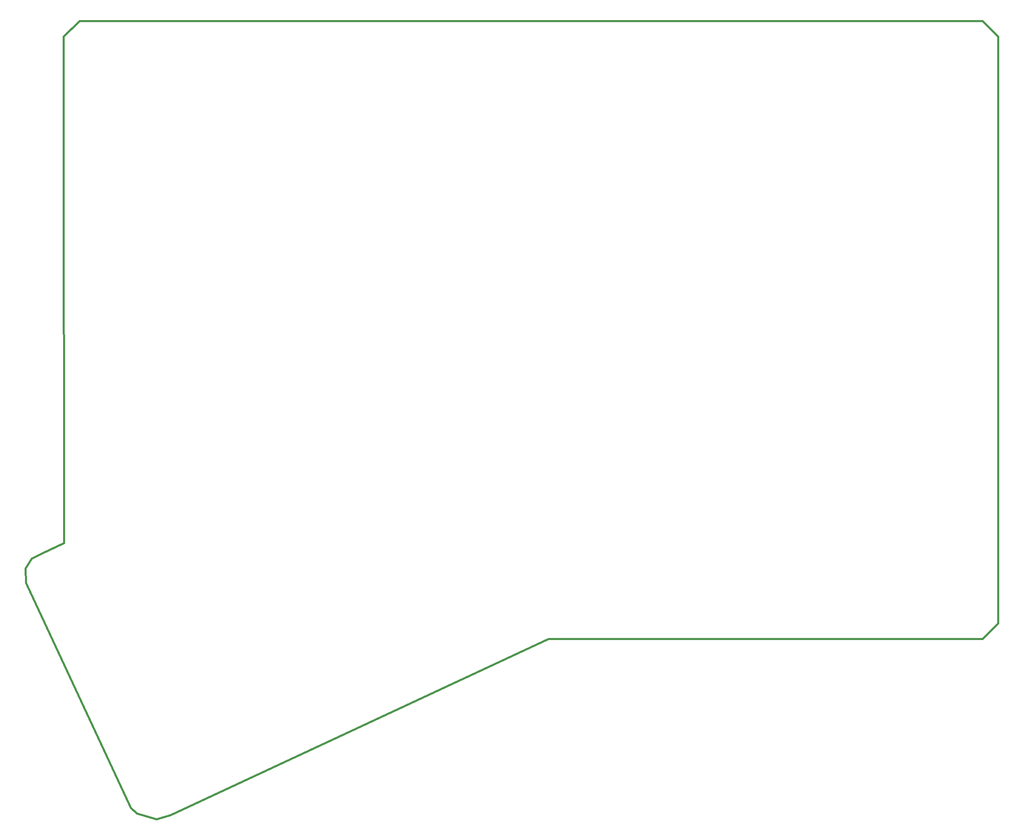
<source format=gm1>
%TF.GenerationSoftware,KiCad,Pcbnew,(6.0.5)*%
%TF.CreationDate,2022-08-07T14:07:51-06:00*%
%TF.ProjectId,bottom,626f7474-6f6d-42e6-9b69-6361645f7063,rev?*%
%TF.SameCoordinates,Original*%
%TF.FileFunction,Profile,NP*%
%FSLAX46Y46*%
G04 Gerber Fmt 4.6, Leading zero omitted, Abs format (unit mm)*
G04 Created by KiCad (PCBNEW (6.0.5)) date 2022-08-07 14:07:51*
%MOMM*%
%LPD*%
G01*
G04 APERTURE LIST*
%TA.AperFunction,Profile*%
%ADD10C,0.381000*%
%TD*%
G04 APERTURE END LIST*
D10*
X24617680Y-137160000D02*
X28985200Y-135128000D01*
X131902200Y-27258000D02*
X143408400Y-27258000D01*
X65811400Y-27258000D02*
X42164000Y-27258000D01*
X202692000Y-154908000D02*
X218821000Y-154908000D01*
X77876400Y-27258000D02*
X65811400Y-27258000D01*
X21080980Y-143315440D02*
X20975000Y-140325000D01*
X131902200Y-27258000D02*
X95046800Y-27258000D01*
X20975000Y-140325000D02*
X22300000Y-138325000D01*
X44030530Y-191002920D02*
X48075000Y-192175000D01*
X202742800Y-27258000D02*
X218871800Y-27258000D01*
X22300000Y-138325000D02*
X24617680Y-137160000D01*
X202742800Y-27258000D02*
X143408400Y-27258000D01*
X42164000Y-27258000D02*
X37164000Y-27258000D01*
X222059500Y-149669500D02*
X222059500Y-151669500D01*
X42764960Y-189817760D02*
X44030530Y-191002920D01*
X222046800Y-30433000D02*
X222046800Y-50433000D01*
X129152400Y-154908000D02*
X196392800Y-154908000D01*
X28909000Y-50495200D02*
X28909000Y-30495200D01*
X48075000Y-192175000D02*
X50983900Y-191351920D01*
X218821000Y-154908000D02*
X222059500Y-151669500D01*
X222046800Y-30433000D02*
X218871800Y-27258000D01*
X196392800Y-154908000D02*
X202692000Y-154908000D01*
X37164000Y-27258000D02*
X32164000Y-27258000D01*
X28909000Y-30495200D02*
X32164000Y-27258000D01*
X222046800Y-143383000D02*
X222059500Y-149669500D01*
X222046800Y-143383000D02*
X222046800Y-50433000D01*
X28985200Y-132715000D02*
X28985200Y-135128000D01*
X28985200Y-132715000D02*
X28909000Y-50495200D01*
X77876400Y-27258000D02*
X95046800Y-27258000D01*
X21080980Y-143315440D02*
X42764960Y-189817760D01*
X50983900Y-191351920D02*
X129152400Y-154908000D01*
M02*

</source>
